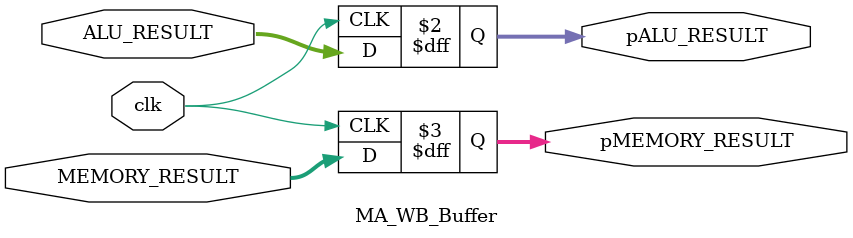
<source format=v>
module MA_WB_Buffer(clk,ALU_RESULT, MEMORY_RESULT, pALU_RESULT, pMEMORY_RESULT); 
	
	
	input clk;	 
	input [31:0] ALU_RESULT, MEMORY_RESULT;
	output reg [31:0] pALU_RESULT, pMEMORY_RESULT;
	
	 
	//at each clock cycle:													  
	always @(posedge clk)
	begin
		pALU_RESULT = ALU_RESULT;  
		pMEMORY_RESULT = MEMORY_RESULT;
	end	
	
endmodule	
</source>
